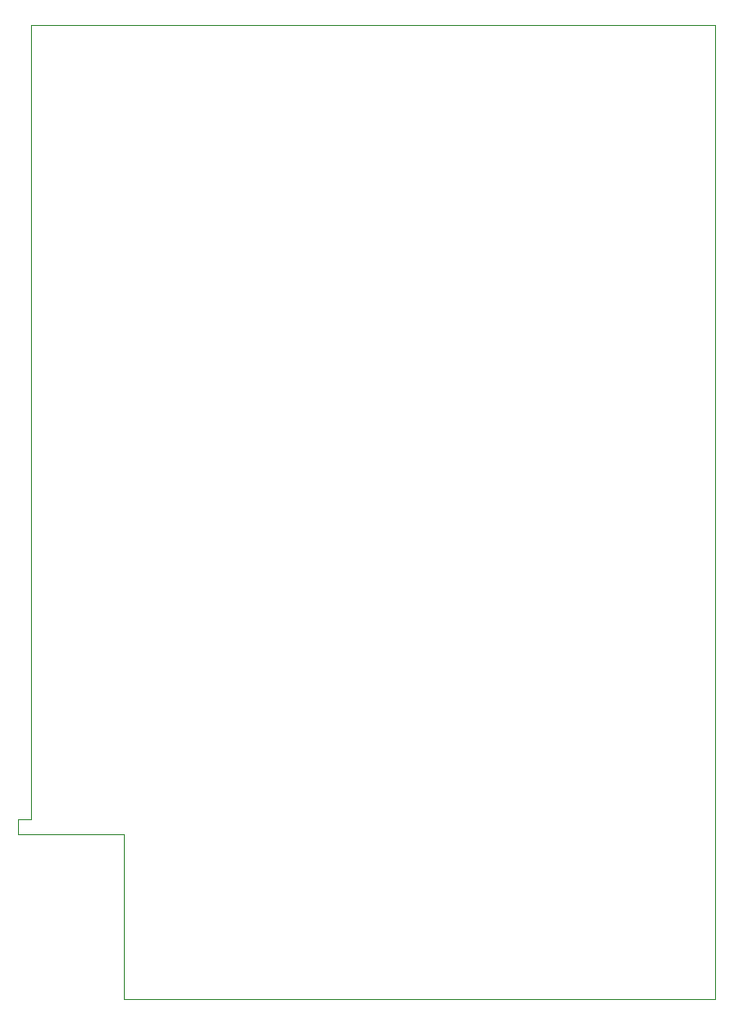
<source format=gbr>
%TF.GenerationSoftware,KiCad,Pcbnew,(6.0.2)*%
%TF.CreationDate,2022-04-19T06:00:42-06:00*%
%TF.ProjectId,F4Lite_THTV1_1,46344c69-7465-45f5-9448-5456315f312e,rev?*%
%TF.SameCoordinates,Original*%
%TF.FileFunction,Profile,NP*%
%FSLAX46Y46*%
G04 Gerber Fmt 4.6, Leading zero omitted, Abs format (unit mm)*
G04 Created by KiCad (PCBNEW (6.0.2)) date 2022-04-19 06:00:42*
%MOMM*%
%LPD*%
G01*
G04 APERTURE LIST*
%TA.AperFunction,Profile*%
%ADD10C,0.100000*%
%TD*%
G04 APERTURE END LIST*
D10*
X103776780Y-137642600D02*
X112758220Y-137642600D01*
X112758220Y-151574500D02*
X162882580Y-151574500D01*
X103776780Y-136342120D02*
X104902000Y-136342120D01*
X162882580Y-151574500D02*
X162882580Y-69034660D01*
X104902000Y-136342120D02*
X104900000Y-69034660D01*
X104900000Y-69034660D02*
X162882580Y-69034660D01*
X112758220Y-151574500D02*
X112758220Y-137642600D01*
X103776780Y-136342120D02*
X103776780Y-137642600D01*
M02*

</source>
